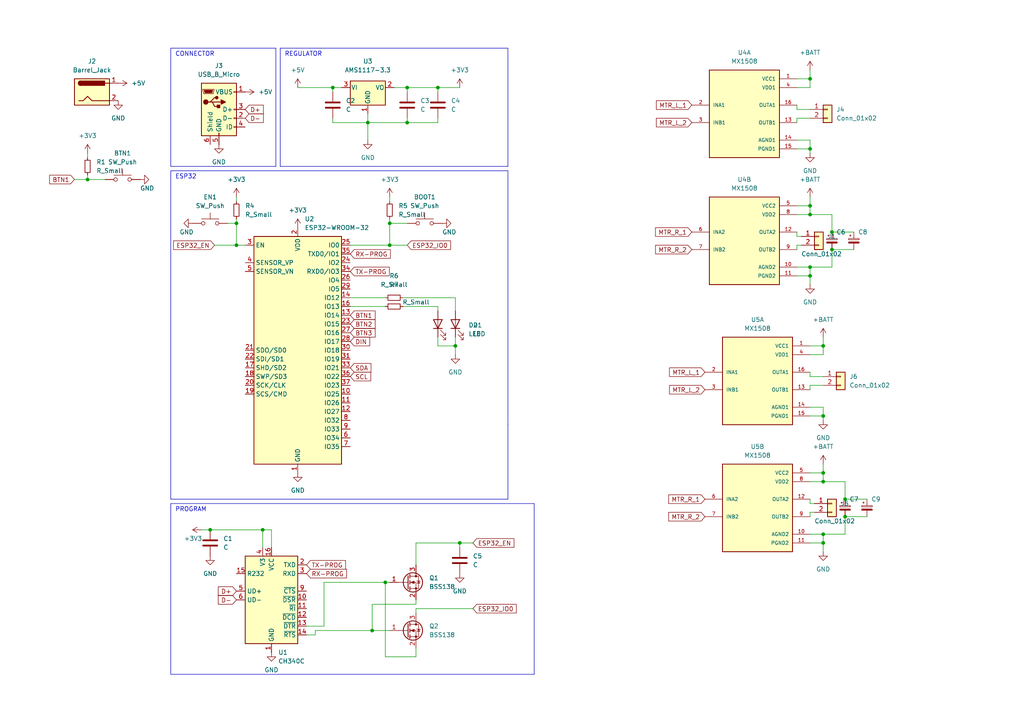
<source format=kicad_sch>
(kicad_sch (version 20231120) (generator "eeschema") (generator_version "8.0")
  (paper "A4")
  (lib_symbols
    (symbol "Connector:Barrel_Jack" (pin_names (offset 1.016))
      (property "Reference" "J" (at 0 5.334 0))
      (property "Value" "Barrel_Jack" (at 0 -5.08 0))
      (symbol "Barrel_Jack_0_1"
        (rectangle (start -5.08 3.81) (end 5.08 -3.81) (stroke (width 0.254)) (fill (type background)))
        (arc (start -3.302 3.175) (mid -3.9343 2.54) (end -3.302 1.905) (stroke (width 0.254)))
        (arc (start -3.302 3.175) (mid -3.9343 2.54) (end -3.302 1.905) (stroke (width 0.254)) (fill (type outline)))
        (polyline (pts (xy 5.08 2.54) (xy 3.81 2.54)) (stroke (width 0.254)))
        (polyline (pts (xy -3.81 -2.54) (xy -2.54 -2.54) (xy -1.27 -1.27) (xy 0 -2.54) (xy 2.54 -2.54) (xy 5.08 -2.54)) (stroke (width 0.254)))
        (rectangle (start 3.683 3.175) (end -3.302 1.905) (stroke (width 0.254)) (fill (type outline)))
      )
      (symbol "Barrel_Jack_1_1"
        (pin passive line (at 7.62 2.54 180) (length 2.54) (name "~") (number "1"))
        (pin passive line (at 7.62 -2.54 180) (length 2.54) (name "~") (number "2"))
      )
    )
    (symbol "Connector:USB_B_Micro" (pin_names (offset 1.016))
      (property "Reference" "J" (at -5.08 11.43 0))
      (property "Value" "USB_B_Micro" (at -5.08 8.89 0))
      (symbol "USB_B_Micro_0_1"
        (rectangle (start -5.08 -7.62) (end 5.08 7.62) (stroke (width 0.254)) (fill (type background)))
        (circle (center -3.81 2.159) (radius 0.635) (stroke (width 0.254)) (fill (type outline)))
        (circle (center -0.635 3.429) (radius 0.381) (stroke (width 0.254)) (fill (type outline)))
        (rectangle (start -0.127 -7.62) (end 0.127 -6.858))
        (polyline (pts (xy -1.905 2.159) (xy 0.635 2.159)) (stroke (width 0.254)))
        (polyline (pts (xy -3.175 2.159) (xy -2.54 2.159) (xy -1.27 3.429) (xy -0.635 3.429)) (stroke (width 0.254)))
        (polyline (pts (xy -2.54 2.159) (xy -1.905 2.159) (xy -1.27 0.889) (xy 0 0.889)) (stroke (width 0.254)))
        (polyline (pts (xy 0.635 2.794) (xy 0.635 1.524) (xy 1.905 2.159) (xy 0.635 2.794)) (stroke (width 0.254)) (fill (type outline)))
        (polyline (pts (xy -4.318 5.588) (xy -1.778 5.588) (xy -2.032 4.826) (xy -4.064 4.826) (xy -4.318 5.588)) (fill (type outline)))
        (polyline (pts (xy -4.699 5.842) (xy -4.699 5.588) (xy -4.445 4.826) (xy -4.445 4.572) (xy -1.651 4.572) (xy -1.651 4.826) (xy -1.397 5.588) (xy -1.397 5.842) (xy -4.699 5.842)))
        (rectangle (start 0.254 1.27) (end -0.508 0.508) (stroke (width 0.254)) (fill (type outline)))
        (rectangle (start 5.08 -5.207) (end 4.318 -4.953))
        (rectangle (start 5.08 -2.667) (end 4.318 -2.413))
        (rectangle (start 5.08 -0.127) (end 4.318 0.127))
        (rectangle (start 5.08 4.953) (end 4.318 5.207))
      )
      (symbol "USB_B_Micro_1_1"
        (pin power_out line (at 7.62 5.08 180) (length 2.54) (name "VBUS") (number "1"))
        (pin bidirectional line (at 7.62 -2.54 180) (length 2.54) (name "D-") (number "2"))
        (pin bidirectional line (at 7.62 0 180) (length 2.54) (name "D+") (number "3"))
        (pin passive line (at 7.62 -5.08 180) (length 2.54) (name "ID") (number "4"))
        (pin power_out line (at 0 -10.16 90) (length 2.54) (name "GND") (number "5"))
        (pin passive line (at -2.54 -10.16 90) (length 2.54) (name "Shield") (number "6"))
      )
    )
    (symbol "Connector_Generic:Conn_01x02" (pin_names (offset 1.016) hide)
      (property "Reference" "J" (at 0 2.54 0))
      (property "Value" "Conn_01x02" (at 0 -5.08 0))
      (symbol "Conn_01x02_1_1"
        (rectangle (start -1.27 -2.413) (end 0 -2.667) (stroke (width 0.1524)))
        (rectangle (start -1.27 0.127) (end 0 -0.127) (stroke (width 0.1524)))
        (rectangle (start -1.27 1.27) (end 1.27 -3.81) (stroke (width 0.254)) (fill (type background)))
        (pin passive line (at -5.08 0 0) (length 3.81) (name "Pin_1") (number "1"))
        (pin passive line (at -5.08 -2.54 0) (length 3.81) (name "Pin_2") (number "2"))
      )
    )
    (symbol "Device:C" (pin_numbers hide) (pin_names (offset 0.254))
      (property "Reference" "C" (at 0.635 2.54 0))
      (property "Value" "C" (at 0.635 -2.54 0))
      (symbol "C_0_1"
        (polyline (pts (xy -2.032 -0.762) (xy 2.032 -0.762)) (stroke (width 0.508)))
        (polyline (pts (xy -2.032 0.762) (xy 2.032 0.762)) (stroke (width 0.508)))
      )
      (symbol "C_1_1"
        (pin passive line (at 0 3.81 270) (length 2.794) (name "~") (number "1"))
        (pin passive line (at 0 -3.81 90) (length 2.794) (name "~") (number "2"))
      )
    )
    (symbol "Device:C_Polarized_Small" (pin_numbers hide) (pin_names (offset 0.254) hide)
      (property "Reference" "C" (at 0.254 1.778 0))
      (property "Value" "C_Polarized_Small" (at 0.254 -2.032 0))
      (symbol "C_Polarized_Small_0_1"
        (rectangle (start -1.524 -0.3048) (end 1.524 -0.6858) (fill (type outline)))
        (rectangle (start -1.524 0.6858) (end 1.524 0.3048))
        (polyline (pts (xy -1.27 1.524) (xy -0.762 1.524)))
        (polyline (pts (xy -1.016 1.27) (xy -1.016 1.778)))
      )
      (symbol "C_Polarized_Small_1_1"
        (pin passive line (at 0 2.54 270) (length 1.8542) (name "~") (number "1"))
        (pin passive line (at 0 -2.54 90) (length 1.8542) (name "~") (number "2"))
      )
    )
    (symbol "Device:LED" (pin_numbers hide) (pin_names (offset 1.016) hide)
      (property "Reference" "D" (at 0 2.54 0))
      (property "Value" "LED" (at 0 -2.54 0))
      (symbol "LED_0_1"
        (polyline (pts (xy -1.27 -1.27) (xy -1.27 1.27)) (stroke (width 0.254)))
        (polyline (pts (xy -1.27 0) (xy 1.27 0)))
        (polyline (pts (xy 1.27 -1.27) (xy 1.27 1.27) (xy -1.27 0) (xy 1.27 -1.27)) (stroke (width 0.254)))
        (polyline (pts (xy -3.048 -0.762) (xy -4.572 -2.286) (xy -3.81 -2.286) (xy -4.572 -2.286) (xy -4.572 -1.524)))
        (polyline (pts (xy -1.778 -0.762) (xy -3.302 -2.286) (xy -2.54 -2.286) (xy -3.302 -2.286) (xy -3.302 -1.524)))
      )
      (symbol "LED_1_1"
        (pin passive line (at -3.81 0 0) (length 2.54) (name "K") (number "1"))
        (pin passive line (at 3.81 0 180) (length 2.54) (name "A") (number "2"))
      )
    )
    (symbol "Device:R_Small" (pin_numbers hide) (pin_names (offset 0.254) hide)
      (property "Reference" "R" (at 0.762 0.508 0))
      (property "Value" "R_Small" (at 0.762 -1.016 0))
      (symbol "R_Small_0_1"
        (rectangle (start -0.762 1.778) (end 0.762 -1.778) (stroke (width 0.2032)))
      )
      (symbol "R_Small_1_1"
        (pin passive line (at 0 2.54 270) (length 0.762) (name "~") (number "1"))
        (pin passive line (at 0 -2.54 90) (length 0.762) (name "~") (number "2"))
      )
    )
    (symbol "Interface_USB:CH340C"
      (property "Reference" "U" (at -5.08 13.97 0))
      (property "Value" "CH340C" (at 1.27 13.97 0))
      (symbol "CH340C_0_1"
        (rectangle (start -7.62 12.7) (end 7.62 -12.7) (stroke (width 0.254)) (fill (type background)))
      )
      (symbol "CH340C_1_1"
        (pin power_in line (at 0 -15.24 90) (length 2.54) (name "GND") (number "1"))
        (pin input line (at 10.16 0 180) (length 2.54) (name "~{DSR}") (number "10"))
        (pin input line (at 10.16 -2.54 180) (length 2.54) (name "~{RI}") (number "11"))
        (pin input line (at 10.16 -5.08 180) (length 2.54) (name "~{DCD}") (number "12"))
        (pin output line (at 10.16 -7.62 180) (length 2.54) (name "~{DTR}") (number "13"))
        (pin output line (at 10.16 -10.16 180) (length 2.54) (name "~{RTS}") (number "14"))
        (pin input line (at -10.16 7.62 0) (length 2.54) (name "R232") (number "15"))
        (pin power_in line (at 0 15.24 270) (length 2.54) (name "VCC") (number "16"))
        (pin output line (at 10.16 10.16 180) (length 2.54) (name "TXD") (number "2"))
        (pin input line (at 10.16 7.62 180) (length 2.54) (name "RXD") (number "3"))
        (pin passive line (at -2.54 15.24 270) (length 2.54) (name "V3") (number "4"))
        (pin bidirectional line (at -10.16 2.54 0) (length 2.54) (name "UD+") (number "5"))
        (pin bidirectional line (at -10.16 0 0) (length 2.54) (name "UD-") (number "6"))
        (pin no_connect line (at -7.62 -7.62 0) (length 2.54) hide (name "NC") (number "7"))
        (pin no_connect line (at -7.62 -10.16 0) (length 2.54) hide (name "NC") (number "8"))
        (pin input line (at 10.16 2.54 180) (length 2.54) (name "~{CTS}") (number "9"))
      )
    )
    (symbol "MX1508:MX1508" (pin_names (offset 1.016))
      (property "Reference" "U" (at -10.16 15.24 0))
      (property "Value" "MX1508" (at -10.16 -15.24 0))
      (symbol "MX1508_1_0"
        (rectangle (start -10.16 -12.7) (end 10.16 12.7) (stroke (width 0.254)) (fill (type background)))
        (pin power_in line (at 15.24 10.16 180) (length 5.08) (name "VCC1") (number "1"))
        (pin output line (at 15.24 -2.54 180) (length 5.08) (name "OUTB1") (number "13"))
        (pin power_in line (at 15.24 -7.62 180) (length 5.08) (name "AGND1") (number "14"))
        (pin power_in line (at 15.24 -10.16 180) (length 5.08) (name "PGND1") (number "15"))
        (pin output line (at 15.24 2.54 180) (length 5.08) (name "OUTA1") (number "16"))
        (pin input line (at -15.24 2.54 0) (length 5.08) (name "INA1") (number "2"))
        (pin input line (at -15.24 -2.54 0) (length 5.08) (name "INB1") (number "3"))
        (pin power_in line (at 15.24 7.62 180) (length 5.08) (name "VDD1") (number "4"))
      )
      (symbol "MX1508_2_0"
        (rectangle (start -10.16 -12.7) (end 10.16 12.7) (stroke (width 0.254)) (fill (type background)))
        (pin power_in line (at 15.24 -7.62 180) (length 5.08) (name "AGND2") (number "10"))
        (pin power_in line (at 15.24 -10.16 180) (length 5.08) (name "PGND2") (number "11"))
        (pin output line (at 15.24 2.54 180) (length 5.08) (name "OUTA2") (number "12"))
        (pin power_in line (at 15.24 10.16 180) (length 5.08) (name "VCC2") (number "5"))
        (pin input line (at -15.24 2.54 0) (length 5.08) (name "INA2") (number "6"))
        (pin input line (at -15.24 -2.54 0) (length 5.08) (name "INB2") (number "7"))
        (pin power_in line (at 15.24 7.62 180) (length 5.08) (name "VDD2") (number "8"))
        (pin output line (at 15.24 -2.54 180) (length 5.08) (name "OUTB2") (number "9"))
      )
    )
    (symbol "RF_Module:ESP32-WROOM-32"
      (property "Reference" "U" (at -12.7 34.29 0))
      (property "Value" "ESP32-WROOM-32" (at 1.27 34.29 0))
      (symbol "ESP32-WROOM-32_0_1"
        (rectangle (start -12.7 33.02) (end 12.7 -33.02) (stroke (width 0.254)) (fill (type background)))
      )
      (symbol "ESP32-WROOM-32_1_1"
        (pin power_in line (at 0 -35.56 90) (length 2.54) (name "GND") (number "1"))
        (pin bidirectional line (at 15.24 -12.7 180) (length 2.54) (name "IO25") (number "10"))
        (pin bidirectional line (at 15.24 -15.24 180) (length 2.54) (name "IO26") (number "11"))
        (pin bidirectional line (at 15.24 -17.78 180) (length 2.54) (name "IO27") (number "12"))
        (pin bidirectional line (at 15.24 10.16 180) (length 2.54) (name "IO14") (number "13"))
        (pin bidirectional line (at 15.24 15.24 180) (length 2.54) (name "IO12") (number "14"))
        (pin passive line (at 0 -35.56 90) (length 2.54) hide (name "GND") (number "15"))
        (pin bidirectional line (at 15.24 12.7 180) (length 2.54) (name "IO13") (number "16"))
        (pin bidirectional line (at -15.24 -5.08 0) (length 2.54) (name "SHD/SD2") (number "17"))
        (pin bidirectional line (at -15.24 -7.62 0) (length 2.54) (name "SWP/SD3") (number "18"))
        (pin bidirectional line (at -15.24 -12.7 0) (length 2.54) (name "SCS/CMD") (number "19"))
        (pin power_in line (at 0 35.56 270) (length 2.54) (name "VDD") (number "2"))
        (pin bidirectional line (at -15.24 -10.16 0) (length 2.54) (name "SCK/CLK") (number "20"))
        (pin bidirectional line (at -15.24 0 0) (length 2.54) (name "SDO/SD0") (number "21"))
        (pin bidirectional line (at -15.24 -2.54 0) (length 2.54) (name "SDI/SD1") (number "22"))
        (pin bidirectional line (at 15.24 7.62 180) (length 2.54) (name "IO15") (number "23"))
        (pin bidirectional line (at 15.24 25.4 180) (length 2.54) (name "IO2") (number "24"))
        (pin bidirectional line (at 15.24 30.48 180) (length 2.54) (name "IO0") (number "25"))
        (pin bidirectional line (at 15.24 20.32 180) (length 2.54) (name "IO4") (number "26"))
        (pin bidirectional line (at 15.24 5.08 180) (length 2.54) (name "IO16") (number "27"))
        (pin bidirectional line (at 15.24 2.54 180) (length 2.54) (name "IO17") (number "28"))
        (pin bidirectional line (at 15.24 17.78 180) (length 2.54) (name "IO5") (number "29"))
        (pin input line (at -15.24 30.48 0) (length 2.54) (name "EN") (number "3"))
        (pin bidirectional line (at 15.24 0 180) (length 2.54) (name "IO18") (number "30"))
        (pin bidirectional line (at 15.24 -2.54 180) (length 2.54) (name "IO19") (number "31"))
        (pin no_connect line (at -12.7 -27.94 0) (length 2.54) hide (name "NC") (number "32"))
        (pin bidirectional line (at 15.24 -5.08 180) (length 2.54) (name "IO21") (number "33"))
        (pin bidirectional line (at 15.24 22.86 180) (length 2.54) (name "RXD0/IO3") (number "34"))
        (pin bidirectional line (at 15.24 27.94 180) (length 2.54) (name "TXD0/IO1") (number "35"))
        (pin bidirectional line (at 15.24 -7.62 180) (length 2.54) (name "IO22") (number "36"))
        (pin bidirectional line (at 15.24 -10.16 180) (length 2.54) (name "IO23") (number "37"))
        (pin passive line (at 0 -35.56 90) (length 2.54) hide (name "GND") (number "38"))
        (pin passive line (at 0 -35.56 90) (length 2.54) hide (name "GND") (number "39"))
        (pin input line (at -15.24 25.4 0) (length 2.54) (name "SENSOR_VP") (number "4"))
        (pin input line (at -15.24 22.86 0) (length 2.54) (name "SENSOR_VN") (number "5"))
        (pin input line (at 15.24 -25.4 180) (length 2.54) (name "IO34") (number "6"))
        (pin input line (at 15.24 -27.94 180) (length 2.54) (name "IO35") (number "7"))
        (pin bidirectional line (at 15.24 -20.32 180) (length 2.54) (name "IO32") (number "8"))
        (pin bidirectional line (at 15.24 -22.86 180) (length 2.54) (name "IO33") (number "9"))
      )
    )
    (symbol "Regulator_Linear:AMS1117-3.3" (pin_names (offset 0.254))
      (property "Reference" "U" (at -3.81 3.175 0))
      (property "Value" "AMS1117-3.3" (at 0 3.175 0))
      (symbol "AMS1117-3.3_0_1"
        (rectangle (start -5.08 -5.08) (end 5.08 1.905) (stroke (width 0.254)) (fill (type background)))
      )
      (symbol "AMS1117-3.3_1_1"
        (pin power_in line (at 0 -7.62 90) (length 2.54) (name "GND") (number "1"))
        (pin power_out line (at 7.62 0 180) (length 2.54) (name "VO") (number "2"))
        (pin power_in line (at -7.62 0 0) (length 2.54) (name "VI") (number "3"))
      )
    )
    (symbol "Switch:SW_Push" (pin_numbers hide) (pin_names (offset 1.016) hide)
      (property "Reference" "SW" (at 1.27 2.54 0))
      (property "Value" "SW_Push" (at 0 -1.524 0))
      (symbol "SW_Push_0_1"
        (circle (center -2.032 0) (radius 0.508))
        (polyline (pts (xy 0 1.27) (xy 0 3.048)))
        (polyline (pts (xy 2.54 1.27) (xy -2.54 1.27)))
        (circle (center 2.032 0) (radius 0.508))
        (pin passive line (at -5.08 0 0) (length 2.54) (name "1") (number "1"))
        (pin passive line (at 5.08 0 180) (length 2.54) (name "2") (number "2"))
      )
    )
    (symbol "Transistor_FET:BSS138" (pin_names hide)
      (property "Reference" "Q" (at 5.08 1.905 0))
      (property "Value" "BSS138" (at 5.08 0 0))
      (symbol "BSS138_0_1"
        (polyline (pts (xy 0.254 0) (xy -2.54 0)))
        (polyline (pts (xy 0.254 1.905) (xy 0.254 -1.905)) (stroke (width 0.254)))
        (polyline (pts (xy 0.762 -1.27) (xy 0.762 -2.286)) (stroke (width 0.254)))
        (polyline (pts (xy 0.762 0.508) (xy 0.762 -0.508)) (stroke (width 0.254)))
        (polyline (pts (xy 0.762 2.286) (xy 0.762 1.27)) (stroke (width 0.254)))
        (polyline (pts (xy 2.54 2.54) (xy 2.54 1.778)))
        (polyline (pts (xy 2.54 -2.54) (xy 2.54 0) (xy 0.762 0)))
        (polyline (pts (xy 0.762 -1.778) (xy 3.302 -1.778) (xy 3.302 1.778) (xy 0.762 1.778)))
        (polyline (pts (xy 1.016 0) (xy 2.032 0.381) (xy 2.032 -0.381) (xy 1.016 0)) (fill (type outline)))
        (polyline (pts (xy 2.794 0.508) (xy 2.921 0.381) (xy 3.683 0.381) (xy 3.81 0.254)))
        (polyline (pts (xy 3.302 0.381) (xy 2.921 -0.254) (xy 3.683 -0.254) (xy 3.302 0.381)))
        (circle (center 1.651 0) (radius 2.794) (stroke (width 0.254)))
        (circle (center 2.54 -1.778) (radius 0.254) (fill (type outline)))
        (circle (center 2.54 1.778) (radius 0.254) (fill (type outline)))
      )
      (symbol "BSS138_1_1"
        (pin input line (at -5.08 0 0) (length 2.54) (name "G") (number "1"))
        (pin passive line (at 2.54 -5.08 90) (length 2.54) (name "S") (number "2"))
        (pin passive line (at 2.54 5.08 270) (length 2.54) (name "D") (number "3"))
      )
    )
    (symbol "power:+3V3" (power) (pin_names (offset 0))
      (property "Value" "+3V3" (at 0 3.556 0))
      (symbol "+3V3_0_1"
        (polyline (pts (xy -0.762 1.27) (xy 0 2.54)))
        (polyline (pts (xy 0 0) (xy 0 2.54)))
        (polyline (pts (xy 0 2.54) (xy 0.762 1.27)))
      )
      (symbol "+3V3_1_1"
        (pin power_in line (at 0 0 90) (length 0) hide (name "+3V3") (number "1"))
      )
    )
    (symbol "power:+5V" (power) (pin_numbers hide) (pin_names (offset 0) hide)
      (property "Value" "+5V" (at 0 3.556 0))
      (symbol "+5V_0_1"
        (polyline (pts (xy -0.762 1.27) (xy 0 2.54)))
        (polyline (pts (xy 0 0) (xy 0 2.54)))
        (polyline (pts (xy 0 2.54) (xy 0.762 1.27)))
      )
      (symbol "+5V_1_1"
        (pin power_in line (at 0 0 90) (length 0) (name "~") (number "1"))
      )
    )
    (symbol "power:+BATT" (power) (pin_names (offset 0))
      (property "Value" "+BATT" (at 0 3.556 0))
      (symbol "+BATT_0_1"
        (polyline (pts (xy -0.762 1.27) (xy 0 2.54)))
        (polyline (pts (xy 0 0) (xy 0 2.54)))
        (polyline (pts (xy 0 2.54) (xy 0.762 1.27)))
      )
      (symbol "+BATT_1_1"
        (pin power_in line (at 0 0 90) (length 0) hide (name "+BATT") (number "1"))
      )
    )
    (symbol "power:GND" (power) (pin_numbers hide) (pin_names (offset 0) hide)
      (property "Value" "GND" (at 0 -3.81 0))
      (symbol "GND_0_1"
        (polyline (pts (xy 0 0) (xy 0 -1.27) (xy 1.27 -1.27) (xy 0 -2.54) (xy -1.27 -1.27) (xy 0 -1.27)))
      )
      (symbol "GND_1_1"
        (pin power_in line (at 0 0 270) (length 0) (name "~") (number "1"))
      )
    )
  )
  (junction (at 132.08 100.33))
  (junction (at 113.03 71.12))
  (junction (at 234.95 80.01))
  (junction (at 113.03 64.77))
  (junction (at 238.76 154.94))
  (junction (at 68.58 71.12))
  (junction (at 234.95 59.69))
  (junction (at 238.76 139.7))
  (junction (at 234.95 22.86))
  (junction (at 241.3 67.31))
  (junction (at 76.2 153.67))
  (junction (at 238.76 120.65))
  (junction (at 241.3 72.39))
  (junction (at 111.76 168.91))
  (junction (at 133.35 157.48))
  (junction (at 106.68 35.56))
  (junction (at 118.11 25.4))
  (junction (at 107.95 182.88))
  (junction (at 96.52 25.4))
  (junction (at 245.11 149.86))
  (junction (at 118.11 35.56))
  (junction (at 234.95 62.23))
  (junction (at 25.4 52.07))
  (junction (at 127 25.4))
  (junction (at 245.11 144.78))
  (junction (at 60.96 153.67))
  (junction (at 238.76 137.16))
  (junction (at 238.76 157.48))
  (junction (at 234.95 43.18))
  (junction (at 68.58 64.77))
  (junction (at 238.76 100.33))
  (junction (at 234.95 77.47))
  (wire (pts (xy 238.76 139.7) (xy 245.11 139.7)))
  (wire (pts (xy 238.76 97.79) (xy 238.76 100.33)))
  (polyline (pts (xy 80.01 48.26) (xy 80.01 13.97)))
  (polyline (pts (xy 81.28 13.97) (xy 147.32 13.97)))
  (wire (pts (xy 234.95 43.18) (xy 234.95 44.45)))
  (wire (pts (xy 25.4 44.45) (xy 25.4 45.72)))
  (wire (pts (xy 236.22 148.59) (xy 234.95 148.59)))
  (polyline (pts (xy 49.53 195.58) (xy 154.94 195.58)))
  (polyline (pts (xy 80.01 13.97) (xy 49.53 13.97)))
  (wire (pts (xy 127 97.79) (xy 127 100.33)))
  (polyline (pts (xy 81.28 48.26) (xy 81.28 13.97)))
  (wire (pts (xy 116.84 88.9) (xy 127 88.9)))
  (wire (pts (xy 231.14 68.58) (xy 231.14 67.31)))
  (wire (pts (xy 238.76 100.33) (xy 238.76 102.87)))
  (wire (pts (xy 234.95 77.47) (xy 234.95 80.01)))
  (wire (pts (xy 231.14 22.86) (xy 234.95 22.86)))
  (wire (pts (xy 241.3 62.23) (xy 241.3 67.31)))
  (wire (pts (xy 111.76 190.5) (xy 111.76 168.91)))
  (wire (pts (xy 236.22 146.05) (xy 234.95 146.05)))
  (wire (pts (xy 234.95 100.33) (xy 238.76 100.33)))
  (wire (pts (xy 68.58 71.12) (xy 71.12 71.12)))
  (wire (pts (xy 120.65 175.26) (xy 107.95 175.26)))
  (wire (pts (xy 101.6 86.36) (xy 111.76 86.36)))
  (wire (pts (xy 86.36 25.4) (xy 96.52 25.4)))
  (wire (pts (xy 113.03 71.12) (xy 113.03 64.77)))
  (wire (pts (xy 96.52 25.4) (xy 96.52 26.67)))
  (wire (pts (xy 234.95 146.05) (xy 234.95 144.78)))
  (wire (pts (xy 245.11 149.86) (xy 251.46 149.86)))
  (wire (pts (xy 106.68 35.56) (xy 106.68 40.64)))
  (wire (pts (xy 245.11 139.7) (xy 245.11 144.78)))
  (wire (pts (xy 113.03 182.88) (xy 107.95 182.88)))
  (wire (pts (xy 120.65 157.48) (xy 133.35 157.48)))
  (wire (pts (xy 238.76 111.76) (xy 234.95 111.76)))
  (wire (pts (xy 234.95 22.86) (xy 234.95 25.4)))
  (wire (pts (xy 234.95 139.7) (xy 238.76 139.7)))
  (wire (pts (xy 245.11 154.94) (xy 238.76 154.94)))
  (wire (pts (xy 234.95 137.16) (xy 238.76 137.16)))
  (wire (pts (xy 234.95 157.48) (xy 238.76 157.48)))
  (wire (pts (xy 231.14 62.23) (xy 234.95 62.23)))
  (wire (pts (xy 25.4 52.07) (xy 30.48 52.07)))
  (wire (pts (xy 118.11 71.12) (xy 113.03 71.12)))
  (wire (pts (xy 118.11 26.67) (xy 118.11 25.4)))
  (wire (pts (xy 113.03 71.12) (xy 101.6 71.12)))
  (wire (pts (xy 113.03 57.15) (xy 113.03 58.42)))
  (wire (pts (xy 231.14 80.01) (xy 234.95 80.01)))
  (wire (pts (xy 113.03 63.5) (xy 113.03 64.77)))
  (wire (pts (xy 114.3 25.4) (xy 118.11 25.4)))
  (wire (pts (xy 127 26.67) (xy 127 25.4)))
  (wire (pts (xy 238.76 118.11) (xy 238.76 120.65)))
  (polyline (pts (xy 147.32 123.19) (xy 147.32 144.78)))
  (wire (pts (xy 231.14 43.18) (xy 234.95 43.18)))
  (wire (pts (xy 231.14 25.4) (xy 234.95 25.4)))
  (polyline (pts (xy 49.53 146.05) (xy 49.53 195.58)))
  (wire (pts (xy 91.44 182.88) (xy 107.95 182.88)))
  (wire (pts (xy 238.76 157.48) (xy 238.76 160.02)))
  (polyline (pts (xy 147.32 13.97) (xy 147.32 48.26)))
  (wire (pts (xy 101.6 88.9) (xy 111.76 88.9)))
  (wire (pts (xy 78.74 153.67) (xy 76.2 153.67)))
  (wire (pts (xy 238.76 134.62) (xy 238.76 137.16)))
  (wire (pts (xy 120.65 163.83) (xy 120.65 157.48)))
  (wire (pts (xy 96.52 25.4) (xy 99.06 25.4)))
  (wire (pts (xy 107.95 175.26) (xy 107.95 182.88)))
  (wire (pts (xy 234.95 109.22) (xy 234.95 107.95)))
  (wire (pts (xy 234.95 40.64) (xy 234.95 43.18)))
  (wire (pts (xy 234.95 118.11) (xy 238.76 118.11)))
  (wire (pts (xy 96.52 35.56) (xy 106.68 35.56)))
  (polyline (pts (xy 49.53 48.26) (xy 80.01 48.26)))
  (wire (pts (xy 234.95 31.75) (xy 231.14 31.75)))
  (wire (pts (xy 133.35 157.48) (xy 137.16 157.48)))
  (wire (pts (xy 58.42 153.67) (xy 60.96 153.67)))
  (wire (pts (xy 234.95 62.23) (xy 241.3 62.23)))
  (polyline (pts (xy 49.53 13.97) (xy 49.53 48.26)))
  (wire (pts (xy 133.35 157.48) (xy 133.35 158.75)))
  (wire (pts (xy 113.03 64.77) (xy 118.11 64.77)))
  (wire (pts (xy 132.08 86.36) (xy 132.08 90.17)))
  (wire (pts (xy 118.11 25.4) (xy 127 25.4)))
  (polyline (pts (xy 49.53 49.53) (xy 49.53 144.78)))
  (wire (pts (xy 91.44 184.15) (xy 91.44 182.88)))
  (wire (pts (xy 118.11 35.56) (xy 106.68 35.56)))
  (wire (pts (xy 232.41 71.12) (xy 231.14 71.12)))
  (polyline (pts (xy 154.94 195.58) (xy 154.94 146.05)))
  (wire (pts (xy 120.65 173.99) (xy 120.65 175.26)))
  (wire (pts (xy 120.65 190.5) (xy 111.76 190.5)))
  (wire (pts (xy 68.58 64.77) (xy 66.04 64.77)))
  (wire (pts (xy 21.59 52.07) (xy 25.4 52.07)))
  (wire (pts (xy 234.95 57.15) (xy 234.95 59.69)))
  (wire (pts (xy 25.4 50.8) (xy 25.4 52.07)))
  (wire (pts (xy 238.76 109.22) (xy 234.95 109.22)))
  (wire (pts (xy 68.58 71.12) (xy 68.58 64.77)))
  (wire (pts (xy 234.95 102.87) (xy 238.76 102.87)))
  (wire (pts (xy 127 25.4) (xy 133.35 25.4)))
  (wire (pts (xy 234.95 20.32) (xy 234.95 22.86)))
  (wire (pts (xy 127 100.33) (xy 132.08 100.33)))
  (wire (pts (xy 68.58 63.5) (xy 68.58 64.77)))
  (wire (pts (xy 231.14 31.75) (xy 231.14 30.48)))
  (wire (pts (xy 111.76 168.91) (xy 113.03 168.91)))
  (wire (pts (xy 234.95 59.69) (xy 234.95 62.23)))
  (wire (pts (xy 231.14 59.69) (xy 234.95 59.69)))
  (wire (pts (xy 231.14 77.47) (xy 234.95 77.47)))
  (wire (pts (xy 120.65 177.8) (xy 120.65 176.53)))
  (wire (pts (xy 238.76 154.94) (xy 238.76 157.48)))
  (wire (pts (xy 231.14 34.29) (xy 231.14 35.56)))
  (wire (pts (xy 68.58 57.15) (xy 68.58 58.42)))
  (wire (pts (xy 118.11 34.29) (xy 118.11 35.56)))
  (wire (pts (xy 231.14 40.64) (xy 234.95 40.64)))
  (wire (pts (xy 78.74 158.75) (xy 78.74 153.67)))
  (wire (pts (xy 245.11 144.78) (xy 251.46 144.78)))
  (wire (pts (xy 132.08 100.33) (xy 132.08 102.87)))
  (wire (pts (xy 93.98 168.91) (xy 111.76 168.91)))
  (polyline (pts (xy 49.53 144.78) (xy 147.32 144.78)))
  (polyline (pts (xy 154.94 146.05) (xy 49.53 146.05)))
  (wire (pts (xy 62.23 71.12) (xy 68.58 71.12)))
  (polyline (pts (xy 147.32 48.26) (xy 81.28 48.26)))
  (wire (pts (xy 234.95 120.65) (xy 238.76 120.65)))
  (wire (pts (xy 106.68 33.02) (xy 106.68 35.56)))
  (wire (pts (xy 127 34.29) (xy 127 35.56)))
  (wire (pts (xy 127 88.9) (xy 127 90.17)))
  (wire (pts (xy 93.98 168.91) (xy 93.98 181.61)))
  (wire (pts (xy 120.65 187.96) (xy 120.65 190.5)))
  (wire (pts (xy 96.52 34.29) (xy 96.52 35.56)))
  (wire (pts (xy 234.95 154.94) (xy 238.76 154.94)))
  (wire (pts (xy 245.11 149.86) (xy 245.11 154.94)))
  (wire (pts (xy 76.2 158.75) (xy 76.2 153.67)))
  (wire (pts (xy 241.3 67.31) (xy 247.65 67.31)))
  (wire (pts (xy 120.65 176.53) (xy 137.16 176.53)))
  (wire (pts (xy 60.96 153.67) (xy 76.2 153.67)))
  (wire (pts (xy 241.3 72.39) (xy 247.65 72.39)))
  (wire (pts (xy 238.76 120.65) (xy 238.76 121.92)))
  (polyline (pts (xy 147.32 123.19) (xy 147.32 49.53)))
  (wire (pts (xy 234.95 80.01) (xy 234.95 82.55)))
  (wire (pts (xy 88.9 184.15) (xy 91.44 184.15)))
  (wire (pts (xy 232.41 68.58) (xy 231.14 68.58)))
  (wire (pts (xy 241.3 77.47) (xy 234.95 77.47)))
  (wire (pts (xy 132.08 97.79) (xy 132.08 100.33)))
  (wire (pts (xy 116.84 86.36) (xy 132.08 86.36)))
  (polyline (pts (xy 147.32 49.53) (xy 49.53 49.53)))
  (wire (pts (xy 127 35.56) (xy 118.11 35.56)))
  (wire (pts (xy 238.76 137.16) (xy 238.76 139.7)))
  (wire (pts (xy 241.3 72.39) (xy 241.3 77.47)))
  (wire (pts (xy 234.95 148.59) (xy 234.95 149.86)))
  (wire (pts (xy 234.95 34.29) (xy 231.14 34.29)))
  (wire (pts (xy 88.9 181.61) (xy 93.98 181.61)))
  (wire (pts (xy 234.95 111.76) (xy 234.95 113.03)))
  (wire (pts (xy 231.14 71.12) (xy 231.14 72.39)))
  (text "REGULATOR" (at 82.55 16.51 0) (effects (font (size 1.27 1.27)) (justify left bottom)))
  (text "CONNECTOR" (at 50.8 16.51 0) (effects (font (size 1.27 1.27)) (justify left bottom)))
  (text "ESP32\n" (at 50.8 52.07 0) (effects (font (size 1.27 1.27)) (justify left bottom)))
  (text "PROGRAM" (at 50.8 148.59 0) (effects (font (size 1.27 1.27)) (justify left bottom)))
  (global_label "MTR_R_2" (shape input) (at 204.47 149.86 180) (property "Intersheetrefs" "${INTERSHEET_REFS}" (effects (hide yes))))
  (global_label "DIN" (shape input) (at 101.6 99.06 0) (property "Intersheetrefs" "${INTERSHEET_REFS}" (effects (hide yes))))
  (global_label "TX-PROG" (shape input) (at 101.6 78.74 0) (property "Intersheetrefs" "${INTERSHEET_REFS}" (effects (hide yes))))
  (global_label "D-" (shape input) (at 68.58 173.99 180) (property "Intersheetrefs" "${INTERSHEET_REFS}" (effects (hide yes))))
  (global_label "TX-PROG" (shape input) (at 88.9 163.83 0) (property "Intersheetrefs" "${INTERSHEET_REFS}" (effects (hide yes))))
  (global_label "MTR_L_1" (shape input) (at 204.47 107.95 180) (property "Intersheetrefs" "${INTERSHEET_REFS}" (effects (hide yes))))
  (global_label "RX-PROG" (shape input) (at 88.9 166.37 0) (property "Intersheetrefs" "${INTERSHEET_REFS}" (effects (hide yes))))
  (global_label "D+" (shape input) (at 71.12 31.75 0) (property "Intersheetrefs" "${INTERSHEET_REFS}" (effects (hide yes))))
  (global_label "D+" (shape input) (at 68.58 171.45 180) (property "Intersheetrefs" "${INTERSHEET_REFS}" (effects (hide yes))))
  (global_label "MTR_L_2" (shape input) (at 200.66 35.56 180) (property "Intersheetrefs" "${INTERSHEET_REFS}" (effects (hide yes))))
  (global_label "MTR_R_1" (shape input) (at 204.47 144.78 180) (property "Intersheetrefs" "${INTERSHEET_REFS}" (effects (hide yes))))
  (global_label "RX-PROG" (shape input) (at 101.6 73.66 0) (property "Intersheetrefs" "${INTERSHEET_REFS}" (effects (hide yes))))
  (global_label "MTR_R_2" (shape input) (at 200.66 72.39 180) (property "Intersheetrefs" "${INTERSHEET_REFS}" (effects (hide yes))))
  (global_label "D-" (shape input) (at 71.12 34.29 0) (property "Intersheetrefs" "${INTERSHEET_REFS}" (effects (hide yes))))
  (global_label "ESP32_EN" (shape input) (at 137.16 157.48 0) (property "Intersheetrefs" "${INTERSHEET_REFS}" (effects (hide yes))))
  (global_label "MTR_L_2" (shape input) (at 204.47 113.03 180) (property "Intersheetrefs" "${INTERSHEET_REFS}" (effects (hide yes))))
  (global_label "SCL" (shape input) (at 101.6 109.22 0) (property "Intersheetrefs" "${INTERSHEET_REFS}" (effects (hide yes))))
  (global_label "BTN3" (shape input) (at 101.6 96.52 0) (property "Intersheetrefs" "${INTERSHEET_REFS}" (effects (hide yes))))
  (global_label "MTR_R_1" (shape input) (at 200.66 67.31 180) (property "Intersheetrefs" "${INTERSHEET_REFS}" (effects (hide yes))))
  (global_label "BTN1" (shape input) (at 21.59 52.07 180) (property "Intersheetrefs" "${INTERSHEET_REFS}" (effects (hide yes))))
  (global_label "MTR_L_1" (shape input) (at 200.66 30.48 180) (property "Intersheetrefs" "${INTERSHEET_REFS}" (effects (hide yes))))
  (global_label "BTN1" (shape input) (at 101.6 91.44 0) (property "Intersheetrefs" "${INTERSHEET_REFS}" (effects (hide yes))))
  (global_label "SDA" (shape input) (at 101.6 106.68 0) (property "Intersheetrefs" "${INTERSHEET_REFS}" (effects (hide yes))))
  (global_label "ESP32_IO0" (shape input) (at 137.16 176.53 0) (property "Intersheetrefs" "${INTERSHEET_REFS}" (effects (hide yes))))
  (global_label "BTN2" (shape input) (at 101.6 93.98 0) (property "Intersheetrefs" "${INTERSHEET_REFS}" (effects (hide yes))))
  (global_label "ESP32_EN" (shape input) (at 62.23 71.12 180) (property "Intersheetrefs" "${INTERSHEET_REFS}" (effects (hide yes))))
  (global_label "ESP32_IO0" (shape input) (at 118.11 71.12 0) (property "Intersheetrefs" "${INTERSHEET_REFS}" (effects (hide yes))))
  (symbol (lib_id "power:+5V") (at 71.12 26.67 270) (unit 1)
    (property "Reference" "#PWR016" (effects (hide yes)))
    (property "Value" "+5V" (at 74.93 26.6699 90) (effects (justify left)))
  )
  (symbol (lib_id "Transistor_FET:BSS138") (at 118.11 182.88 0) (unit 1)
    (property "Reference" "Q2" (at 124.46 181.6099 0) (effects (justify left)))
    (property "Value" "BSS138" (at 124.46 184.1499 0) (effects (justify left)))
    (property "Footprint" "Package_TO_SOT_SMD:SOT-23" (effects (hide yes)))
    (property "Datasheet" "https://www.onsemi.com/pub/Collateral/BSS138-D.PDF" (effects (hide yes)))
  )
  (symbol (lib_id "power:+BATT") (at 234.95 20.32 0) (unit 1)
    (property "Reference" "#PWR02" (effects (hide yes)))
    (property "Value" "+BATT" (at 234.95 15.24 0))
  )
  (symbol (lib_id "power:GND") (at 106.68 40.64 0) (unit 1)
    (property "Reference" "#PWR021" (effects (hide yes)))
    (property "Value" "GND" (at 106.68 45.72 0))
  )
  (symbol (lib_id "power:+5V") (at 86.36 25.4 0) (unit 1)
    (property "Reference" "#PWR018" (effects (hide yes)))
    (property "Value" "+5V" (at 86.36 20.32 0))
  )
  (symbol (lib_id "power:+3V3") (at 133.35 25.4 0) (unit 1)
    (property "Reference" "#PWR025" (effects (hide yes)))
    (property "Value" "+3V3" (at 133.35 20.32 0))
  )
  (symbol (lib_id "MX1508:MX1508") (at 219.71 110.49 0) (unit 1)
    (property "Reference" "U5" (at 219.71 92.71 0))
    (property "Value" "MX1508" (at 219.71 95.25 0))
    (property "Footprint" "Package_SO:SOIC-16_3.9x9.9mm_P1.27mm" (effects (hide yes)))
    (property "Description" "\n" (effects (hide yes)))
    (property "MF" "Sinotech Mixic Electronics Co., Ltd" (effects (hide yes)))
    (property "MAXIMUM_PACKAGE_HEIGHT" "1.77mm" (effects (hide yes)))
    (property "Package" "Package" (effects (hide yes)))
    (property "Price" "None" (effects (hide yes)))
    (property "Check_prices" "https://www.snapeda.com/parts/MX1508/Sinotech+Mixic+Electronics+Co.%252C+Ltd/view-part/?ref=eda" (effects (hide yes)))
    (property "STANDARD" "IPC-7351B" (effects (hide yes)))
    (property "SnapEDA_Link" "https://www.snapeda.com/parts/MX1508/Sinotech+Mixic+Electronics+Co.%252C+Ltd/view-part/?ref=snap" (effects (hide yes)))
    (property "MP" "MX1508" (effects (hide yes)))
    (property "Availability" "Not in stock" (effects (hide yes)))
    (property "MANUFACTURER" "Shenzhen Guanghui Electronics" (effects (hide yes)))
  )
  (symbol (lib_id "Device:LED") (at 127 93.98 90) (unit 1)
    (property "Reference" "D1" (at 137.16 94.2974 90) (effects (justify right)))
    (property "Value" "LED" (at 137.16 96.8374 90) (effects (justify right)))
    (property "Footprint" "LED_SMD:LED_0603_1608Metric" (effects (hide yes)))
  )
  (symbol (lib_id "Device:C") (at 60.96 157.48 0) (unit 1)
    (property "Reference" "C1" (at 64.77 156.2099 0) (effects (justify left)))
    (property "Value" "C" (at 64.77 158.7499 0) (effects (justify left)))
    (property "Footprint" "Capacitor_SMD:C_0603_1608Metric" (effects (hide yes)))
  )
  (symbol (lib_id "power:GND") (at 86.36 137.16 0) (unit 1)
    (property "Reference" "#PWR020" (effects (hide yes)))
    (property "Value" "GND" (at 86.36 142.24 0))
  )
  (symbol (lib_id "Connector_Generic:Conn_01x02") (at 243.84 109.22 0) (unit 1)
    (property "Reference" "J6" (at 246.38 109.22 0) (effects (justify left)))
    (property "Value" "Conn_01x02" (at 246.38 111.76 0) (effects (justify left)))
    (property "Footprint" "Connector_PinSocket_2.54mm:PinSocket_1x02_P2.54mm_Vertical" (effects (hide yes)))
  )
  (symbol (lib_id "power:+BATT") (at 238.76 97.79 0) (unit 1)
    (property "Reference" "#PWR09" (effects (hide yes)))
    (property "Value" "+BATT" (at 238.76 92.71 0))
  )
  (symbol (lib_id "power:+5V") (at 34.29 24.13 270) (unit 1)
    (property "Reference" "#PWR06" (effects (hide yes)))
    (property "Value" "+5V" (at 38.1 24.1299 90) (effects (justify left)))
  )
  (symbol (lib_id "Device:C") (at 133.35 162.56 0) (unit 1)
    (property "Reference" "C5" (at 137.16 161.2899 0) (effects (justify left)))
    (property "Value" "C" (at 137.16 163.8299 0) (effects (justify left)))
    (property "Footprint" "Capacitor_SMD:C_0603_1608Metric" (effects (hide yes)))
  )
  (symbol (lib_id "power:GND") (at 40.64 52.07 90) (unit 1)
    (property "Reference" "#PWR08" (effects (hide yes)))
    (property "Value" "GND" (at 40.64 54.61 90) (effects (justify right)))
  )
  (symbol (lib_id "Device:C") (at 127 30.48 0) (unit 1)
    (property "Reference" "C4" (at 130.81 29.2099 0) (effects (justify left)))
    (property "Value" "C" (at 130.81 31.7499 0) (effects (justify left)))
    (property "Footprint" "Capacitor_SMD:C_0603_1608Metric" (effects (hide yes)))
  )
  (symbol (lib_id "Device:C") (at 96.52 30.48 0) (unit 1)
    (property "Reference" "C2" (at 100.33 29.2099 0) (effects (justify left)))
    (property "Value" "C" (at 100.33 31.7499 0) (effects (justify left)))
    (property "Footprint" "Capacitor_SMD:C_0603_1608Metric" (effects (hide yes)))
  )
  (symbol (lib_id "Interface_USB:CH340C") (at 78.74 173.99 0) (unit 1)
    (property "Reference" "U1" (at 80.6959 189.23 0) (effects (justify left)))
    (property "Value" "CH340C" (at 80.6959 191.77 0) (effects (justify left)))
    (property "Footprint" "Package_SO:SOIC-16_3.9x9.9mm_P1.27mm" (effects (hide yes)))
    (property "Datasheet" "https://datasheet.lcsc.com/szlcsc/Jiangsu-Qin-Heng-CH340C_C84681.pdf" (effects (hide yes)))
  )
  (symbol (lib_id "power:GND") (at 132.08 102.87 0) (unit 1)
    (property "Reference" "#PWR024" (effects (hide yes)))
    (property "Value" "GND" (at 132.08 107.95 0))
  )
  (symbol (lib_id "power:GND") (at 128.27 64.77 90) (unit 1)
    (property "Reference" "#PWR023" (effects (hide yes)))
    (property "Value" "GND" (at 128.27 67.31 90) (effects (justify right)))
  )
  (symbol (lib_id "Transistor_FET:BSS138") (at 118.11 168.91 0) (unit 1)
    (property "Reference" "Q1" (at 124.46 167.6399 0) (effects (justify left)))
    (property "Value" "BSS138" (at 124.46 170.1799 0) (effects (justify left)))
    (property "Footprint" "Package_TO_SOT_SMD:SOT-23" (effects (hide yes)))
    (property "Datasheet" "https://www.onsemi.com/pub/Collateral/BSS138-D.PDF" (effects (hide yes)))
  )
  (symbol (lib_id "power:+3V3") (at 68.58 57.15 0) (unit 1)
    (property "Reference" "#PWR015" (effects (hide yes)))
    (property "Value" "+3V3" (at 68.58 52.07 0))
  )
  (symbol (lib_id "Switch:SW_Push") (at 35.56 52.07 0) (unit 1)
    (property "Reference" "BTN1" (at 35.56 44.45 0))
    (property "Value" "SW_Push" (at 35.56 46.99 0))
    (property "Footprint" "Button_Switch_SMD:SW_SPST_FSMSM" (effects (hide yes)))
  )
  (symbol (lib_id "power:GND") (at 234.95 44.45 0) (unit 1)
    (property "Reference" "#PWR03" (effects (hide yes)))
    (property "Value" "GND" (at 234.95 49.53 0))
  )
  (symbol (lib_id "Switch:SW_Push") (at 123.19 64.77 0) (unit 1)
    (property "Reference" "BOOT1" (at 123.19 57.15 0))
    (property "Value" "SW_Push" (at 123.19 59.69 0))
    (property "Footprint" "Button_Switch_SMD:SW_SPST_FSMSM" (effects (hide yes)))
  )
  (symbol (lib_id "power:GND") (at 55.88 64.77 270) (unit 1)
    (property "Reference" "#PWR011" (effects (hide yes)))
    (property "Value" "GND" (at 52.07 67.31 90) (effects (justify left)))
  )
  (symbol (lib_id "MX1508:MX1508") (at 215.9 69.85 0) (unit 2)
    (property "Reference" "U4" (at 215.9 52.07 0))
    (property "Value" "MX1508" (at 215.9 54.61 0))
    (property "Footprint" "Package_SO:SOIC-16_3.9x9.9mm_P1.27mm" (effects (hide yes)))
    (property "Description" "\n" (effects (hide yes)))
    (property "MF" "Sinotech Mixic Electronics Co., Ltd" (effects (hide yes)))
    (property "MAXIMUM_PACKAGE_HEIGHT" "1.77mm" (effects (hide yes)))
    (property "Package" "Package" (effects (hide yes)))
    (property "Price" "None" (effects (hide yes)))
    (property "Check_prices" "https://www.snapeda.com/parts/MX1508/Sinotech+Mixic+Electronics+Co.%252C+Ltd/view-part/?ref=eda" (effects (hide yes)))
    (property "STANDARD" "IPC-7351B" (effects (hide yes)))
    (property "SnapEDA_Link" "https://www.snapeda.com/parts/MX1508/Sinotech+Mixic+Electronics+Co.%252C+Ltd/view-part/?ref=snap" (effects (hide yes)))
    (property "MP" "MX1508" (effects (hide yes)))
    (property "Availability" "Not in stock" (effects (hide yes)))
    (property "MANUFACTURER" "Shenzhen Guanghui Electronics" (effects (hide yes)))
  )
  (symbol (lib_id "power:+3V3") (at 113.03 57.15 0) (unit 1)
    (property "Reference" "#PWR022" (effects (hide yes)))
    (property "Value" "+3V3" (at 113.03 52.07 0))
  )
  (symbol (lib_id "power:GND") (at 133.35 166.37 0) (unit 1)
    (property "Reference" "#PWR026" (effects (hide yes)))
    (property "Value" "GND" (at 133.35 171.45 0))
  )
  (symbol (lib_id "Connector_Generic:Conn_01x02") (at 241.3 146.05 0) (unit 1)
    (property "Reference" "J5" (at 243.84 146.05 0) (effects (justify left)))
    (property "Value" "Conn_01x02" (at 236.22 151.13 0) (effects (justify left)))
    (property "Footprint" "Connector_PinSocket_2.54mm:PinSocket_1x02_P2.54mm_Vertical" (effects (hide yes)))
  )
  (symbol (lib_id "Device:R_Small") (at 114.3 88.9 90) (unit 1)
    (property "Reference" "R7" (at 114.3 82.55 90))
    (property "Value" "R_Small" (at 120.65 87.63 90))
    (property "Footprint" "Resistor_SMD:R_0603_1608Metric" (effects (hide yes)))
  )
  (symbol (lib_id "Connector_Generic:Conn_01x02") (at 240.03 31.75 0) (unit 1)
    (property "Reference" "J4" (at 242.57 31.75 0) (effects (justify left)))
    (property "Value" "Conn_01x02" (at 242.57 34.29 0) (effects (justify left)))
    (property "Footprint" "Connector_PinSocket_2.54mm:PinSocket_1x02_P2.54mm_Vertical" (effects (hide yes)))
  )
  (symbol (lib_id "Device:R_Small") (at 25.4 48.26 0) (unit 1)
    (property "Reference" "R1" (at 27.94 46.9899 0) (effects (justify left)))
    (property "Value" "R_Small" (at 27.94 49.5299 0) (effects (justify left)))
    (property "Footprint" "Resistor_SMD:R_0603_1608Metric" (effects (hide yes)))
  )
  (symbol (lib_id "Device:C_Polarized_Small") (at 245.11 147.32 0) (unit 1)
    (property "Reference" "C7" (at 246.38 144.78 0) (effects (justify left)))
    (property "Value" "C_Polarized_Small" (effects (hide yes)))
    (property "Footprint" "Capacitor_SMD:CP_Elec_6.3x4.9" (effects (hide yes)))
  )
  (symbol (lib_id "power:GND") (at 63.5 41.91 0) (unit 1)
    (property "Reference" "#PWR014" (effects (hide yes)))
    (property "Value" "GND" (at 63.5 46.99 0))
  )
  (symbol (lib_id "power:GND") (at 238.76 121.92 0) (unit 1)
    (property "Reference" "#PWR010" (effects (hide yes)))
    (property "Value" "GND" (at 238.76 127 0))
  )
  (symbol (lib_id "Connector:USB_B_Micro") (at 63.5 31.75 0) (unit 1)
    (property "Reference" "J3" (at 63.5 19.05 0))
    (property "Value" "USB_B_Micro" (at 63.5 21.59 0))
    (property "Footprint" "Connector_USB:USB_Micro-B_Molex-105017-0001" (effects (hide yes)))
    (property "Description" "USB Micro Type B connector" (effects (hide yes)))
  )
  (symbol (lib_id "Regulator_Linear:AMS1117-3.3") (at 106.68 25.4 0) (unit 1)
    (property "Reference" "U3" (at 106.68 17.78 0))
    (property "Value" "AMS1117-3.3" (at 106.68 20.32 0))
    (property "Footprint" "Package_TO_SOT_SMD:SOT-223-3_TabPin2" (effects (hide yes)))
    (property "Datasheet" "http://www.advanced-monolithic.com/pdf/ds1117.pdf" (effects (hide yes)))
  )
  (symbol (lib_id "Device:C_Polarized_Small") (at 247.65 69.85 0) (unit 1)
    (property "Reference" "C8" (at 248.92 67.31 0) (effects (justify left)))
    (property "Value" "C_Polarized_Small" (effects (hide yes)))
    (property "Footprint" "Capacitor_SMD:CP_Elec_6.3x4.9" (effects (hide yes)))
  )
  (symbol (lib_id "power:+BATT") (at 234.95 57.15 0) (unit 1)
    (property "Reference" "#PWR04" (effects (hide yes)))
    (property "Value" "+BATT" (at 234.95 52.07 0))
  )
  (symbol (lib_id "power:+3V3") (at 86.36 66.04 0) (unit 1)
    (property "Reference" "#PWR019" (effects (hide yes)))
    (property "Value" "+3V3" (at 86.36 60.96 0))
  )
  (symbol (lib_id "MX1508:MX1508") (at 215.9 33.02 0) (unit 1)
    (property "Reference" "U4" (at 215.9 15.24 0))
    (property "Value" "MX1508" (at 215.9 17.78 0))
    (property "Footprint" "Package_SO:SOIC-16_3.9x9.9mm_P1.27mm" (effects (hide yes)))
    (property "Description" "\n" (effects (hide yes)))
    (property "MF" "Sinotech Mixic Electronics Co., Ltd" (effects (hide yes)))
    (property "MAXIMUM_PACKAGE_HEIGHT" "1.77mm" (effects (hide yes)))
    (property "Package" "Package" (effects (hide yes)))
    (property "Price" "None" (effects (hide yes)))
    (property "Check_prices" "https://www.snapeda.com/parts/MX1508/Sinotech+Mixic+Electronics+Co.%252C+Ltd/view-part/?ref=eda" (effects (hide yes)))
    (property "STANDARD" "IPC-7351B" (effects (hide yes)))
    (property "SnapEDA_Link" "https://www.snapeda.com/parts/MX1508/Sinotech+Mixic+Electronics+Co.%252C+Ltd/view-part/?ref=snap" (effects (hide yes)))
    (property "MP" "MX1508" (effects (hide yes)))
    (property "Availability" "Not in stock" (effects (hide yes)))
    (property "MANUFACTURER" "Shenzhen Guanghui Electronics" (effects (hide yes)))
  )
  (symbol (lib_id "RF_Module:ESP32-WROOM-32") (at 86.36 101.6 0) (unit 1)
    (property "Reference" "U2" (at 88.3794 63.5 0) (effects (justify left)))
    (property "Value" "ESP32-WROOM-32" (at 88.3794 66.04 0) (effects (justify left)))
    (property "Footprint" "RF_Module:ESP32-WROOM-32" (effects (hide yes)))
    (property "Datasheet" "https://www.espressif.com/sites/default/files/documentation/esp32-wroom-32_datasheet_en.pdf" (effects (hide yes)))
  )
  (symbol (lib_id "Device:C") (at 118.11 30.48 0) (unit 1)
    (property "Reference" "C3" (at 121.92 29.2099 0) (effects (justify left)))
    (property "Value" "C" (at 121.92 31.7499 0) (effects (justify left)))
    (property "Footprint" "Capacitor_SMD:C_0603_1608Metric" (effects (hide yes)))
  )
  (symbol (lib_id "Device:R_Small") (at 113.03 60.96 0) (unit 1)
    (property "Reference" "R5" (at 115.57 59.6899 0) (effects (justify left)))
    (property "Value" "R_Small" (at 115.57 62.2299 0) (effects (justify left)))
    (property "Footprint" "Resistor_SMD:R_0603_1608Metric" (effects (hide yes)))
  )
  (symbol (lib_id "Device:R_Small") (at 68.58 60.96 0) (unit 1)
    (property "Reference" "R4" (at 71.12 59.6899 0) (effects (justify left)))
    (property "Value" "R_Small" (at 71.12 62.2299 0) (effects (justify left)))
    (property "Footprint" "Resistor_SMD:R_0603_1608Metric" (effects (hide yes)))
  )
  (symbol (lib_id "MX1508:MX1508") (at 219.71 147.32 0) (unit 2)
    (property "Reference" "U5" (at 219.71 129.54 0))
    (property "Value" "MX1508" (at 219.71 132.08 0))
    (property "Footprint" "Package_SO:SOIC-16_3.9x9.9mm_P1.27mm" (effects (hide yes)))
    (property "Description" "\n" (effects (hide yes)))
    (property "MF" "Sinotech Mixic Electronics Co., Ltd" (effects (hide yes)))
    (property "MAXIMUM_PACKAGE_HEIGHT" "1.77mm" (effects (hide yes)))
    (property "Package" "Package" (effects (hide yes)))
    (property "Price" "None" (effects (hide yes)))
    (property "Check_prices" "https://www.snapeda.com/parts/MX1508/Sinotech+Mixic+Electronics+Co.%252C+Ltd/view-part/?ref=eda" (effects (hide yes)))
    (property "STANDARD" "IPC-7351B" (effects (hide yes)))
    (property "SnapEDA_Link" "https://www.snapeda.com/parts/MX1508/Sinotech+Mixic+Electronics+Co.%252C+Ltd/view-part/?ref=snap" (effects (hide yes)))
    (property "MP" "MX1508" (effects (hide yes)))
    (property "Availability" "Not in stock" (effects (hide yes)))
    (property "MANUFACTURER" "Shenzhen Guanghui Electronics" (effects (hide yes)))
  )
  (symbol (lib_id "power:+3V3") (at 25.4 44.45 0) (unit 1)
    (property "Reference" "#PWR01" (effects (hide yes)))
    (property "Value" "+3V3" (at 25.4 39.37 0))
  )
  (symbol (lib_id "Device:C_Polarized_Small") (at 241.3 69.85 0) (unit 1)
    (property "Reference" "C6" (at 242.57 67.31 0) (effects (justify left)))
    (property "Value" "C_Polarized_Small" (effects (hide yes)))
    (property "Footprint" "Capacitor_SMD:CP_Elec_6.3x4.9" (effects (hide yes)))
  )
  (symbol (lib_id "Connector_Generic:Conn_01x02") (at 237.49 68.58 0) (unit 1)
    (property "Reference" "J1" (at 240.03 68.58 0) (effects (justify left)))
    (property "Value" "Conn_01x02" (at 232.41 73.66 0) (effects (justify left)))
    (property "Footprint" "Connector_PinSocket_2.54mm:PinSocket_1x02_P2.54mm_Vertical" (effects (hide yes)))
  )
  (symbol (lib_id "power:GND") (at 60.96 161.29 0) (unit 1)
    (property "Reference" "#PWR013" (effects (hide yes)))
    (property "Value" "GND" (at 60.96 166.37 0))
  )
  (symbol (lib_id "Device:R_Small") (at 114.3 86.36 90) (unit 1)
    (property "Reference" "R6" (at 114.3 80.01 90))
    (property "Value" "R_Small" (at 114.3 82.55 90))
    (property "Footprint" "Resistor_SMD:R_0603_1608Metric" (effects (hide yes)))
  )
  (symbol (lib_id "Device:LED") (at 132.08 93.98 90) (unit 1)
    (property "Reference" "D2" (at 135.89 94.2974 90) (effects (justify right)))
    (property "Value" "LED" (at 135.89 96.8374 90) (effects (justify right)))
    (property "Footprint" "LED_SMD:LED_0603_1608Metric" (effects (hide yes)))
  )
  (symbol (lib_id "Connector:Barrel_Jack") (at 26.67 26.67 0) (unit 1)
    (property "Reference" "J2" (at 26.67 17.78 0))
    (property "Value" "Barrel_Jack" (at 26.67 20.32 0))
    (property "Footprint" "Connector_BarrelJack:BarrelJack_Wuerth_6941xx301002" (effects (hide yes)))
    (property "Description" "DC Barrel Jack" (effects (hide yes)))
  )
  (symbol (lib_id "power:+BATT") (at 238.76 134.62 0) (unit 1)
    (property "Reference" "#PWR027" (effects (hide yes)))
    (property "Value" "+BATT" (at 238.76 129.54 0))
  )
  (symbol (lib_id "power:GND") (at 234.95 82.55 0) (unit 1)
    (property "Reference" "#PWR05" (effects (hide yes)))
    (property "Value" "GND" (at 234.95 87.63 0))
  )
  (symbol (lib_id "power:+3V3") (at 58.42 153.67 90) (unit 1)
    (property "Reference" "#PWR012" (effects (hide yes)))
    (property "Value" "+3V3" (at 53.34 156.21 90) (effects (justify right)))
  )
  (symbol (lib_id "power:GND") (at 34.29 29.21 0) (unit 1)
    (property "Reference" "#PWR07" (effects (hide yes)))
    (property "Value" "GND" (at 34.29 34.29 0))
  )
  (symbol (lib_id "Device:C_Polarized_Small") (at 251.46 147.32 0) (unit 1)
    (property "Reference" "C9" (at 252.73 144.78 0) (effects (justify left)))
    (property "Value" "C_Polarized_Small" (effects (hide yes)))
    (property "Footprint" "Capacitor_SMD:CP_Elec_6.3x4.9" (effects (hide yes)))
  )
  (symbol (lib_id "Switch:SW_Push") (at 60.96 64.77 0) (unit 1)
    (property "Reference" "EN1" (at 60.96 57.15 0))
    (property "Value" "SW_Push" (at 60.96 59.69 0))
    (property "Footprint" "Button_Switch_SMD:SW_SPST_FSMSM" (effects (hide yes)))
  )
  (symbol (lib_id "power:GND") (at 78.74 189.23 0) (unit 1)
    (property "Reference" "#PWR017" (effects (hide yes)))
    (property "Value" "GND" (at 78.74 194.31 0))
  )
  (symbol (lib_id "power:GND") (at 238.76 160.02 0) (unit 1)
    (property "Reference" "#PWR028" (effects (hide yes)))
    (property "Value" "GND" (at 238.76 165.1 0))
  )
)
</source>
